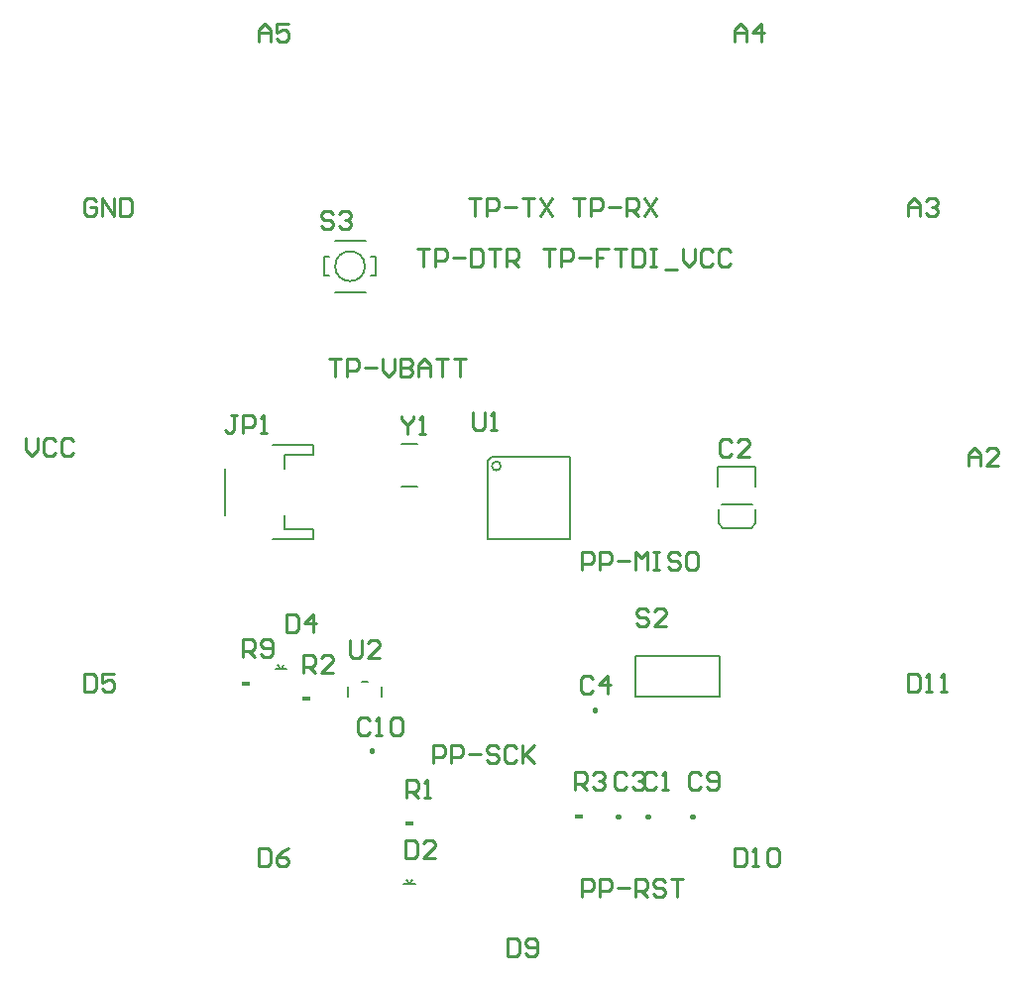
<source format=gto>
G04*
G04 #@! TF.GenerationSoftware,Altium Limited,Altium Designer,18.1.7 (191)*
G04*
G04 Layer_Color=65535*
%FSLAX25Y25*%
%MOIN*%
G70*
G01*
G75*
%ADD10C,0.00600*%
%ADD11C,0.00800*%
%ADD12C,0.01600*%
%ADD13C,0.01000*%
%ADD14R,0.02800X0.01600*%
D10*
X-9300Y10800D02*
G03*
X-9300Y10800I-1500J0D01*
G01*
X-13799Y12500D02*
X-12402Y13800D01*
X13800D01*
X-13799Y12500D02*
X-13799Y-13799D01*
X13800D01*
Y13800D01*
D11*
X-55000Y77995D02*
G03*
X-55000Y77995I-5000J0D01*
G01*
X-39900Y-129648D02*
X-39140Y-128396D01*
X-41000D02*
X-40000Y-129648D01*
X-41900D02*
X-40000D01*
X-38189D01*
X-83149Y-57500D02*
X-82389Y-56249D01*
X-84249D02*
X-83249Y-57500D01*
X-85149D02*
X-83249D01*
X-81438D01*
X-56057Y-61800D02*
X-53900D01*
X-60600Y-66691D02*
Y-63300D01*
X-49400Y-66691D02*
Y-63300D01*
X35827Y-53100D02*
X64200D01*
Y-66890D02*
Y-53100D01*
X35827Y-66890D02*
X64200D01*
X35827D02*
Y-53100D01*
X-101900Y-5824D02*
Y9950D01*
X-86063Y17850D02*
X-72283D01*
Y14650D02*
Y17850D01*
X-82126Y14650D02*
X-72283D01*
X-82126Y9950D02*
Y14650D01*
Y-10549D02*
Y-5824D01*
Y-10549D02*
X-72283D01*
Y-13698D02*
Y-10549D01*
X-86063Y-13698D02*
X-72283D01*
X-68661Y74845D02*
X-67087D01*
X-68661Y81195D02*
X-67087D01*
X-52900Y74845D02*
X-51300D01*
X-52900Y81195D02*
X-51300D01*
X-65118Y69333D02*
X-54800D01*
X-51300Y74845D02*
Y81195D01*
X-65118Y86695D02*
X-54800D01*
X-68661Y74845D02*
Y81195D01*
X64937Y-2181D02*
X75200D01*
X76200Y-8481D02*
Y-3781D01*
X75000Y-10081D02*
X76200Y-8481D01*
X65276Y-10081D02*
X75000D01*
X63898Y-8481D02*
X65276Y-10081D01*
X63898Y-8481D02*
Y-3781D01*
X76200Y3763D02*
Y10455D01*
X63701D02*
X76200D01*
X63701Y3763D02*
Y10455D01*
X-42559Y18187D02*
X-37400D01*
X-42559Y4000D02*
X-37400D01*
D12*
X54880Y-107000D02*
X55200D01*
X-52559Y-85200D02*
Y-84880D01*
X22441Y-71322D02*
Y-71002D01*
X40037Y-107000D02*
X40357D01*
X29880D02*
X30200D01*
D13*
X-42800Y27598D02*
Y26598D01*
X-40801Y24599D01*
X-38801Y26598D01*
Y27598D01*
X-40801Y24599D02*
Y21600D01*
X-36802D02*
X-34803D01*
X-35802D01*
Y27598D01*
X-36802Y26598D01*
X-169000Y20198D02*
Y16199D01*
X-167001Y14200D01*
X-165001Y16199D01*
Y20198D01*
X-159003Y19198D02*
X-160003Y20198D01*
X-162002D01*
X-163002Y19198D01*
Y15200D01*
X-162002Y14200D01*
X-160003D01*
X-159003Y15200D01*
X-153005Y19198D02*
X-154005Y20198D01*
X-156004D01*
X-157004Y19198D01*
Y15200D01*
X-156004Y14200D01*
X-154005D01*
X-153005Y15200D01*
X-59950Y-47952D02*
Y-52950D01*
X-58950Y-53950D01*
X-56951D01*
X-55951Y-52950D01*
Y-47952D01*
X-49953Y-53950D02*
X-53952D01*
X-49953Y-49951D01*
Y-48952D01*
X-50953Y-47952D01*
X-52952D01*
X-53952Y-48952D01*
X-18775Y28798D02*
Y23800D01*
X-17775Y22800D01*
X-15776D01*
X-14776Y23800D01*
Y28798D01*
X-12777Y22800D02*
X-10777D01*
X-11777D01*
Y28798D01*
X-12777Y27798D01*
X-66950Y46848D02*
X-62951D01*
X-64951D01*
Y40850D01*
X-60952D02*
Y46848D01*
X-57953D01*
X-56953Y45848D01*
Y43849D01*
X-57953Y42849D01*
X-60952D01*
X-54954Y43849D02*
X-50955D01*
X-48956Y46848D02*
Y42849D01*
X-46957Y40850D01*
X-44957Y42849D01*
Y46848D01*
X-42958D02*
Y40850D01*
X-39959D01*
X-38959Y41850D01*
Y42849D01*
X-39959Y43849D01*
X-42958D01*
X-39959D01*
X-38959Y44849D01*
Y45848D01*
X-39959Y46848D01*
X-42958D01*
X-36960Y40850D02*
Y44849D01*
X-34960Y46848D01*
X-32961Y44849D01*
Y40850D01*
Y43849D01*
X-36960D01*
X-30962Y46848D02*
X-26963D01*
X-28962D01*
Y40850D01*
X-24964Y46848D02*
X-20965D01*
X-22964D01*
Y40850D01*
X-20000Y100998D02*
X-16001D01*
X-18001D01*
Y95000D01*
X-14002D02*
Y100998D01*
X-11003D01*
X-10003Y99998D01*
Y97999D01*
X-11003Y96999D01*
X-14002D01*
X-8004Y97999D02*
X-4005D01*
X-2006Y100998D02*
X1993D01*
X-7D01*
Y95000D01*
X3992Y100998D02*
X7991Y95000D01*
Y100998D02*
X3992Y95000D01*
X15000Y100998D02*
X18999D01*
X16999D01*
Y95000D01*
X20998D02*
Y100998D01*
X23997D01*
X24997Y99998D01*
Y97999D01*
X23997Y96999D01*
X20998D01*
X26996Y97999D02*
X30995D01*
X32994Y95000D02*
Y100998D01*
X35993D01*
X36993Y99998D01*
Y97999D01*
X35993Y96999D01*
X32994D01*
X34993D02*
X36993Y95000D01*
X38992Y100998D02*
X42991Y95000D01*
Y100998D02*
X38992Y95000D01*
X5000Y83993D02*
X8999D01*
X6999D01*
Y77995D01*
X10998D02*
Y83993D01*
X13997D01*
X14997Y82993D01*
Y80994D01*
X13997Y79994D01*
X10998D01*
X16996Y80994D02*
X20995D01*
X26993Y83993D02*
X22994D01*
Y80994D01*
X24994D01*
X22994D01*
Y77995D01*
X28992Y83993D02*
X32991D01*
X30992D01*
Y77995D01*
X34990Y83993D02*
Y77995D01*
X37989D01*
X38989Y78994D01*
Y82993D01*
X37989Y83993D01*
X34990D01*
X40988D02*
X42988D01*
X41988D01*
Y77995D01*
X40988D01*
X42988D01*
X45987Y76995D02*
X49985D01*
X51985Y83993D02*
Y79994D01*
X53984Y77995D01*
X55984Y79994D01*
Y83993D01*
X61982Y82993D02*
X60982Y83993D01*
X58982D01*
X57983Y82993D01*
Y78994D01*
X58982Y77995D01*
X60982D01*
X61982Y78994D01*
X67980Y82993D02*
X66980Y83993D01*
X64981D01*
X63981Y82993D01*
Y78994D01*
X64981Y77995D01*
X66980D01*
X67980Y78994D01*
X-37400Y83993D02*
X-33401D01*
X-35401D01*
Y77995D01*
X-31402D02*
Y83993D01*
X-28403D01*
X-27403Y82993D01*
Y80994D01*
X-28403Y79994D01*
X-31402D01*
X-25404Y80994D02*
X-21405D01*
X-19406Y83993D02*
Y77995D01*
X-16407D01*
X-15407Y78994D01*
Y82993D01*
X-16407Y83993D01*
X-19406D01*
X-13408D02*
X-9409D01*
X-11408D01*
Y77995D01*
X-7410D02*
Y83993D01*
X-4411D01*
X-3411Y82993D01*
Y80994D01*
X-4411Y79994D01*
X-7410D01*
X-5410D02*
X-3411Y77995D01*
X127700Y94800D02*
Y98799D01*
X129699Y100798D01*
X131699Y98799D01*
Y94800D01*
Y97799D01*
X127700D01*
X133698Y99798D02*
X134698Y100798D01*
X136697D01*
X137697Y99798D01*
Y98799D01*
X136697Y97799D01*
X135697D01*
X136697D01*
X137697Y96799D01*
Y95800D01*
X136697Y94800D01*
X134698D01*
X133698Y95800D01*
X-65551Y95443D02*
X-66551Y96443D01*
X-68550D01*
X-69550Y95443D01*
Y94443D01*
X-68550Y93444D01*
X-66551D01*
X-65551Y92444D01*
Y91444D01*
X-66551Y90445D01*
X-68550D01*
X-69550Y91444D01*
X-63552Y95443D02*
X-62552Y96443D01*
X-60553D01*
X-59553Y95443D01*
Y94443D01*
X-60553Y93444D01*
X-61553D01*
X-60553D01*
X-59553Y92444D01*
Y91444D01*
X-60553Y90445D01*
X-62552D01*
X-63552Y91444D01*
X40449Y-38152D02*
X39449Y-37152D01*
X37450D01*
X36450Y-38152D01*
Y-39151D01*
X37450Y-40151D01*
X39449D01*
X40449Y-41151D01*
Y-42150D01*
X39449Y-43150D01*
X37450D01*
X36450Y-42150D01*
X46447Y-43150D02*
X42448D01*
X46447Y-39151D01*
Y-38152D01*
X45447Y-37152D01*
X43448D01*
X42448Y-38152D01*
X-96200Y-53500D02*
Y-47502D01*
X-93201D01*
X-92201Y-48502D01*
Y-50501D01*
X-93201Y-51501D01*
X-96200D01*
X-94201D02*
X-92201Y-53500D01*
X-90202Y-52500D02*
X-89202Y-53500D01*
X-87203D01*
X-86203Y-52500D01*
Y-48502D01*
X-87203Y-47502D01*
X-89202D01*
X-90202Y-48502D01*
Y-49501D01*
X-89202Y-50501D01*
X-86203D01*
X15700Y-98141D02*
Y-92143D01*
X18699D01*
X19699Y-93143D01*
Y-95142D01*
X18699Y-96142D01*
X15700D01*
X17699D02*
X19699Y-98141D01*
X21698Y-93143D02*
X22698Y-92143D01*
X24697D01*
X25697Y-93143D01*
Y-94142D01*
X24697Y-95142D01*
X23698D01*
X24697D01*
X25697Y-96142D01*
Y-97141D01*
X24697Y-98141D01*
X22698D01*
X21698Y-97141D01*
X-75843Y-58700D02*
Y-52702D01*
X-72844D01*
X-71844Y-53702D01*
Y-55701D01*
X-72844Y-56701D01*
X-75843D01*
X-73843D02*
X-71844Y-58700D01*
X-65846D02*
X-69845D01*
X-65846Y-54701D01*
Y-53702D01*
X-66846Y-52702D01*
X-68845D01*
X-69845Y-53702D01*
X-41200Y-100747D02*
Y-94749D01*
X-38201D01*
X-37201Y-95749D01*
Y-97748D01*
X-38201Y-98748D01*
X-41200D01*
X-39201D02*
X-37201Y-100747D01*
X-35202D02*
X-33203D01*
X-34202D01*
Y-94749D01*
X-35202Y-95749D01*
X-31950Y-89150D02*
Y-83152D01*
X-28951D01*
X-27951Y-84152D01*
Y-86151D01*
X-28951Y-87151D01*
X-31950D01*
X-25952Y-89150D02*
Y-83152D01*
X-22953D01*
X-21953Y-84152D01*
Y-86151D01*
X-22953Y-87151D01*
X-25952D01*
X-19954Y-86151D02*
X-15955D01*
X-9957Y-84152D02*
X-10957Y-83152D01*
X-12956D01*
X-13956Y-84152D01*
Y-85151D01*
X-12956Y-86151D01*
X-10957D01*
X-9957Y-87151D01*
Y-88150D01*
X-10957Y-89150D01*
X-12956D01*
X-13956Y-88150D01*
X-3959Y-84152D02*
X-4959Y-83152D01*
X-6958D01*
X-7958Y-84152D01*
Y-88150D01*
X-6958Y-89150D01*
X-4959D01*
X-3959Y-88150D01*
X-1960Y-83152D02*
Y-89150D01*
Y-87151D01*
X2039Y-83152D01*
X-960Y-86151D01*
X2039Y-89150D01*
X17891Y-134150D02*
Y-128152D01*
X20890D01*
X21890Y-129152D01*
Y-131151D01*
X20890Y-132151D01*
X17891D01*
X23889Y-134150D02*
Y-128152D01*
X26888D01*
X27888Y-129152D01*
Y-131151D01*
X26888Y-132151D01*
X23889D01*
X29887Y-131151D02*
X33886D01*
X35885Y-134150D02*
Y-128152D01*
X38884D01*
X39884Y-129152D01*
Y-131151D01*
X38884Y-132151D01*
X35885D01*
X37884D02*
X39884Y-134150D01*
X45882Y-129152D02*
X44882Y-128152D01*
X42883D01*
X41883Y-129152D01*
Y-130151D01*
X42883Y-131151D01*
X44882D01*
X45882Y-132151D01*
Y-133150D01*
X44882Y-134150D01*
X42883D01*
X41883Y-133150D01*
X47881Y-128152D02*
X51880D01*
X49880D01*
Y-134150D01*
X18050Y-24150D02*
Y-18152D01*
X21049D01*
X22049Y-19152D01*
Y-21151D01*
X21049Y-22151D01*
X18050D01*
X24048Y-24150D02*
Y-18152D01*
X27047D01*
X28047Y-19152D01*
Y-21151D01*
X27047Y-22151D01*
X24048D01*
X30046Y-21151D02*
X34045D01*
X36044Y-24150D02*
Y-18152D01*
X38043Y-20151D01*
X40043Y-18152D01*
Y-24150D01*
X42042Y-18152D02*
X44042D01*
X43042D01*
Y-24150D01*
X42042D01*
X44042D01*
X51039Y-19152D02*
X50040Y-18152D01*
X48040D01*
X47041Y-19152D01*
Y-20151D01*
X48040Y-21151D01*
X50040D01*
X51039Y-22151D01*
Y-23150D01*
X50040Y-24150D01*
X48040D01*
X47041Y-23150D01*
X56038Y-18152D02*
X54038D01*
X53039Y-19152D01*
Y-23150D01*
X54038Y-24150D01*
X56038D01*
X57037Y-23150D01*
Y-19152D01*
X56038Y-18152D01*
X-98101Y28026D02*
X-100101D01*
X-99101D01*
Y23028D01*
X-100101Y22028D01*
X-101100D01*
X-102100Y23028D01*
X-96102Y22028D02*
Y28026D01*
X-93103D01*
X-92103Y27027D01*
Y25027D01*
X-93103Y24027D01*
X-96102D01*
X-90104Y22028D02*
X-88104D01*
X-89104D01*
Y28026D01*
X-90104Y27027D01*
X-145401Y99798D02*
X-146401Y100798D01*
X-148400D01*
X-149400Y99798D01*
Y95800D01*
X-148400Y94800D01*
X-146401D01*
X-145401Y95800D01*
Y97799D01*
X-147401D01*
X-143402Y94800D02*
Y100798D01*
X-139403Y94800D01*
Y100798D01*
X-137404D02*
Y94800D01*
X-134405D01*
X-133405Y95800D01*
Y99798D01*
X-134405Y100798D01*
X-137404D01*
X127700Y-59202D02*
Y-65200D01*
X130699D01*
X131699Y-64200D01*
Y-60202D01*
X130699Y-59202D01*
X127700D01*
X133698Y-65200D02*
X135697D01*
X134698D01*
Y-59202D01*
X133698Y-60202D01*
X138696Y-65200D02*
X140696D01*
X139696D01*
Y-59202D01*
X138696Y-60202D01*
X69200Y-117642D02*
Y-123640D01*
X72199D01*
X73199Y-122640D01*
Y-118641D01*
X72199Y-117642D01*
X69200D01*
X75198Y-123640D02*
X77197D01*
X76198D01*
Y-117642D01*
X75198Y-118641D01*
X80196D02*
X81196Y-117642D01*
X83196D01*
X84195Y-118641D01*
Y-122640D01*
X83196Y-123640D01*
X81196D01*
X80196Y-122640D01*
Y-118641D01*
X-7000Y-148102D02*
Y-154100D01*
X-4001D01*
X-3001Y-153100D01*
Y-149102D01*
X-4001Y-148102D01*
X-7000D01*
X-1002Y-153100D02*
X-2Y-154100D01*
X1997D01*
X2997Y-153100D01*
Y-149102D01*
X1997Y-148102D01*
X-2D01*
X-1002Y-149102D01*
Y-150101D01*
X-2Y-151101D01*
X2997D01*
X-90800Y-117702D02*
Y-123700D01*
X-87801D01*
X-86801Y-122700D01*
Y-118702D01*
X-87801Y-117702D01*
X-90800D01*
X-80803D02*
X-82803Y-118702D01*
X-84802Y-120701D01*
Y-122700D01*
X-83802Y-123700D01*
X-81803D01*
X-80803Y-122700D01*
Y-121701D01*
X-81803Y-120701D01*
X-84802D01*
X-149400Y-59202D02*
Y-65200D01*
X-146401D01*
X-145401Y-64200D01*
Y-60202D01*
X-146401Y-59202D01*
X-149400D01*
X-139403D02*
X-143402D01*
Y-62201D01*
X-141403Y-61201D01*
X-140403D01*
X-139403Y-62201D01*
Y-64200D01*
X-140403Y-65200D01*
X-142402D01*
X-143402Y-64200D01*
X-81438Y-39002D02*
Y-45000D01*
X-78439D01*
X-77439Y-44000D01*
Y-40002D01*
X-78439Y-39002D01*
X-81438D01*
X-72441Y-45000D02*
Y-39002D01*
X-75440Y-42001D01*
X-71441D01*
X-41300Y-115002D02*
Y-121000D01*
X-38301D01*
X-37301Y-120000D01*
Y-116002D01*
X-38301Y-115002D01*
X-41300D01*
X-31303Y-121000D02*
X-35302D01*
X-31303Y-117001D01*
Y-116002D01*
X-32303Y-115002D01*
X-34302D01*
X-35302Y-116002D01*
X-53501Y-74796D02*
X-54501Y-73796D01*
X-56500D01*
X-57500Y-74796D01*
Y-78795D01*
X-56500Y-79794D01*
X-54501D01*
X-53501Y-78795D01*
X-51502Y-79794D02*
X-49503D01*
X-50502D01*
Y-73796D01*
X-51502Y-74796D01*
X-46504D02*
X-45504Y-73796D01*
X-43505D01*
X-42505Y-74796D01*
Y-78795D01*
X-43505Y-79794D01*
X-45504D01*
X-46504Y-78795D01*
Y-74796D01*
X57799Y-93061D02*
X56799Y-92061D01*
X54800D01*
X53800Y-93061D01*
Y-97059D01*
X54800Y-98059D01*
X56799D01*
X57799Y-97059D01*
X59798D02*
X60798Y-98059D01*
X62797D01*
X63797Y-97059D01*
Y-93061D01*
X62797Y-92061D01*
X60798D01*
X59798Y-93061D01*
Y-94060D01*
X60798Y-95060D01*
X63797D01*
X21540Y-60924D02*
X20540Y-59924D01*
X18541D01*
X17541Y-60924D01*
Y-64922D01*
X18541Y-65922D01*
X20540D01*
X21540Y-64922D01*
X26538Y-65922D02*
Y-59924D01*
X23539Y-62923D01*
X27538D01*
X32804Y-93149D02*
X31804Y-92149D01*
X29805D01*
X28806Y-93149D01*
Y-97148D01*
X29805Y-98147D01*
X31804D01*
X32804Y-97148D01*
X34804Y-93149D02*
X35803Y-92149D01*
X37803D01*
X38802Y-93149D01*
Y-94148D01*
X37803Y-95148D01*
X36803D01*
X37803D01*
X38802Y-96148D01*
Y-97148D01*
X37803Y-98147D01*
X35803D01*
X34804Y-97148D01*
X68299Y18898D02*
X67299Y19898D01*
X65300D01*
X64300Y18898D01*
Y14900D01*
X65300Y13900D01*
X67299D01*
X68299Y14900D01*
X74297Y13900D02*
X70298D01*
X74297Y17899D01*
Y18898D01*
X73297Y19898D01*
X71298D01*
X70298Y18898D01*
X42962Y-93061D02*
X41962Y-92061D01*
X39963D01*
X38963Y-93061D01*
Y-97059D01*
X39963Y-98059D01*
X41962D01*
X42962Y-97059D01*
X44961Y-98059D02*
X46960D01*
X45961D01*
Y-92061D01*
X44961Y-93061D01*
X-90800Y153400D02*
Y157399D01*
X-88801Y159398D01*
X-86801Y157399D01*
Y153400D01*
Y156399D01*
X-90800D01*
X-80803Y159398D02*
X-84802D01*
Y156399D01*
X-82803Y157399D01*
X-81803D01*
X-80803Y156399D01*
Y154400D01*
X-81803Y153400D01*
X-83802D01*
X-84802Y154400D01*
X69200Y153400D02*
Y157399D01*
X71199Y159398D01*
X73199Y157399D01*
Y153400D01*
Y156399D01*
X69200D01*
X78197Y153400D02*
Y159398D01*
X75198Y156399D01*
X79197D01*
X148100Y10900D02*
Y14899D01*
X150099Y16898D01*
X152099Y14899D01*
Y10900D01*
Y13899D01*
X148100D01*
X158097Y10900D02*
X154098D01*
X158097Y14899D01*
Y15898D01*
X157097Y16898D01*
X155098D01*
X154098Y15898D01*
D14*
X-95000Y-62400D02*
D03*
X-74604Y-67600D02*
D03*
X16900Y-107041D02*
D03*
X-40000Y-109600D02*
D03*
M02*

</source>
